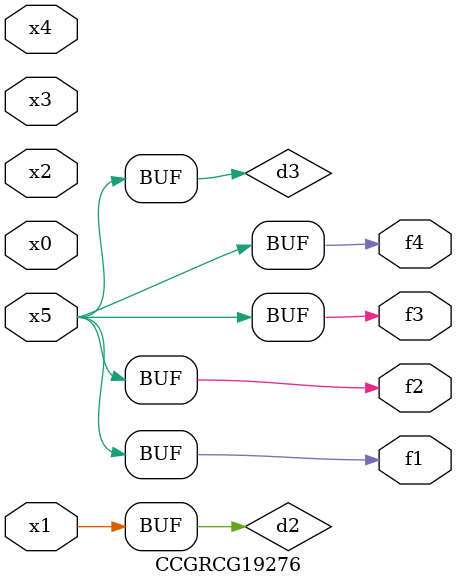
<source format=v>
module CCGRCG19276(
	input x0, x1, x2, x3, x4, x5,
	output f1, f2, f3, f4
);

	wire d1, d2, d3;

	not (d1, x5);
	or (d2, x1);
	xnor (d3, d1);
	assign f1 = d3;
	assign f2 = d3;
	assign f3 = d3;
	assign f4 = d3;
endmodule

</source>
